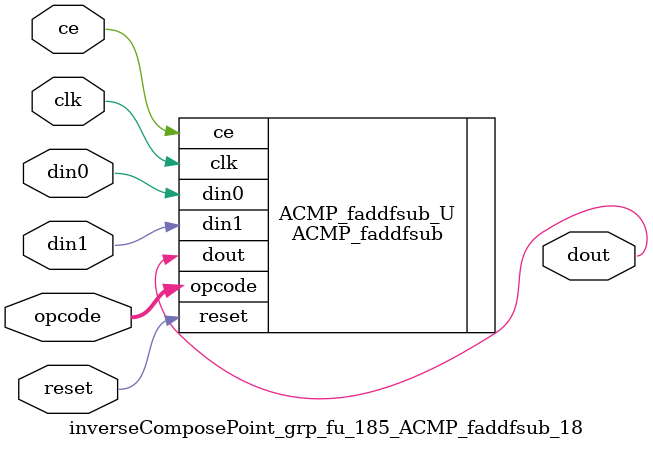
<source format=v>

`timescale 1 ns / 1 ps
module inverseComposePoint_grp_fu_185_ACMP_faddfsub_18(
    clk,
    reset,
    ce,
    din0,
    din1,
    opcode,
    dout);

parameter ID = 32'd1;
parameter NUM_STAGE = 32'd1;
parameter din0_WIDTH = 32'd1;
parameter din1_WIDTH = 32'd1;
parameter dout_WIDTH = 32'd1;
input clk;
input reset;
input ce;
input[din0_WIDTH - 1:0] din0;
input[din1_WIDTH - 1:0] din1;
input[2 - 1:0] opcode;
output[dout_WIDTH - 1:0] dout;



ACMP_faddfsub #(
.ID( ID ),
.NUM_STAGE( 4 ),
.din0_WIDTH( din0_WIDTH ),
.din1_WIDTH( din1_WIDTH ),
.dout_WIDTH( dout_WIDTH ))
ACMP_faddfsub_U(
    .clk( clk ),
    .reset( reset ),
    .ce( ce ),
    .din0( din0 ),
    .din1( din1 ),
    .dout( dout ),
    .opcode( opcode ));

endmodule

</source>
